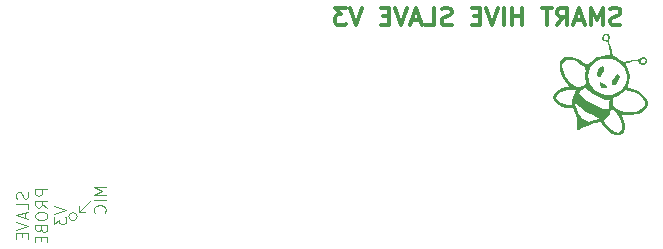
<source format=gbo>
G04 #@! TF.GenerationSoftware,KiCad,Pcbnew,8.0.5*
G04 #@! TF.CreationDate,2024-10-21T14:29:00+02:00*
G04 #@! TF.ProjectId,Slave,536c6176-652e-46b6-9963-61645f706362,rev?*
G04 #@! TF.SameCoordinates,Original*
G04 #@! TF.FileFunction,Legend,Bot*
G04 #@! TF.FilePolarity,Positive*
%FSLAX46Y46*%
G04 Gerber Fmt 4.6, Leading zero omitted, Abs format (unit mm)*
G04 Created by KiCad (PCBNEW 8.0.5) date 2024-10-21 14:29:00*
%MOMM*%
%LPD*%
G01*
G04 APERTURE LIST*
%ADD10C,0.100000*%
%ADD11C,0.375000*%
%ADD12C,0.000000*%
%ADD13R,1.700000X1.700000*%
%ADD14O,1.700000X1.700000*%
%ADD15C,0.500000*%
%ADD16C,0.650000*%
%ADD17O,1.000000X2.100000*%
%ADD18O,1.000000X1.800000*%
%ADD19R,2.200000X2.200000*%
%ADD20C,2.200000*%
%ADD21C,0.700000*%
%ADD22C,4.400000*%
G04 APERTURE END LIST*
D10*
X27400000Y-56450000D02*
G75*
G02*
X26700000Y-56450000I-350000J0D01*
G01*
X26700000Y-56450000D02*
G75*
G02*
X27400000Y-56450000I350000J0D01*
G01*
X27535000Y-56040000D02*
X27535000Y-55540000D01*
X28535000Y-55040000D02*
X27535000Y-56040000D01*
X27535000Y-56040000D02*
X28085000Y-56040000D01*
D11*
X73387575Y-40185500D02*
X73173290Y-40256928D01*
X73173290Y-40256928D02*
X72816147Y-40256928D01*
X72816147Y-40256928D02*
X72673290Y-40185500D01*
X72673290Y-40185500D02*
X72601861Y-40114071D01*
X72601861Y-40114071D02*
X72530432Y-39971214D01*
X72530432Y-39971214D02*
X72530432Y-39828357D01*
X72530432Y-39828357D02*
X72601861Y-39685500D01*
X72601861Y-39685500D02*
X72673290Y-39614071D01*
X72673290Y-39614071D02*
X72816147Y-39542642D01*
X72816147Y-39542642D02*
X73101861Y-39471214D01*
X73101861Y-39471214D02*
X73244718Y-39399785D01*
X73244718Y-39399785D02*
X73316147Y-39328357D01*
X73316147Y-39328357D02*
X73387575Y-39185500D01*
X73387575Y-39185500D02*
X73387575Y-39042642D01*
X73387575Y-39042642D02*
X73316147Y-38899785D01*
X73316147Y-38899785D02*
X73244718Y-38828357D01*
X73244718Y-38828357D02*
X73101861Y-38756928D01*
X73101861Y-38756928D02*
X72744718Y-38756928D01*
X72744718Y-38756928D02*
X72530432Y-38828357D01*
X71887576Y-40256928D02*
X71887576Y-38756928D01*
X71887576Y-38756928D02*
X71387576Y-39828357D01*
X71387576Y-39828357D02*
X70887576Y-38756928D01*
X70887576Y-38756928D02*
X70887576Y-40256928D01*
X70244718Y-39828357D02*
X69530433Y-39828357D01*
X70387575Y-40256928D02*
X69887575Y-38756928D01*
X69887575Y-38756928D02*
X69387575Y-40256928D01*
X68030433Y-40256928D02*
X68530433Y-39542642D01*
X68887576Y-40256928D02*
X68887576Y-38756928D01*
X68887576Y-38756928D02*
X68316147Y-38756928D01*
X68316147Y-38756928D02*
X68173290Y-38828357D01*
X68173290Y-38828357D02*
X68101861Y-38899785D01*
X68101861Y-38899785D02*
X68030433Y-39042642D01*
X68030433Y-39042642D02*
X68030433Y-39256928D01*
X68030433Y-39256928D02*
X68101861Y-39399785D01*
X68101861Y-39399785D02*
X68173290Y-39471214D01*
X68173290Y-39471214D02*
X68316147Y-39542642D01*
X68316147Y-39542642D02*
X68887576Y-39542642D01*
X67601861Y-38756928D02*
X66744719Y-38756928D01*
X67173290Y-40256928D02*
X67173290Y-38756928D01*
X65101862Y-40256928D02*
X65101862Y-38756928D01*
X65101862Y-39471214D02*
X64244719Y-39471214D01*
X64244719Y-40256928D02*
X64244719Y-38756928D01*
X63530433Y-40256928D02*
X63530433Y-38756928D01*
X63030432Y-38756928D02*
X62530432Y-40256928D01*
X62530432Y-40256928D02*
X62030432Y-38756928D01*
X61530433Y-39471214D02*
X61030433Y-39471214D01*
X60816147Y-40256928D02*
X61530433Y-40256928D01*
X61530433Y-40256928D02*
X61530433Y-38756928D01*
X61530433Y-38756928D02*
X60816147Y-38756928D01*
X59101861Y-40185500D02*
X58887576Y-40256928D01*
X58887576Y-40256928D02*
X58530433Y-40256928D01*
X58530433Y-40256928D02*
X58387576Y-40185500D01*
X58387576Y-40185500D02*
X58316147Y-40114071D01*
X58316147Y-40114071D02*
X58244718Y-39971214D01*
X58244718Y-39971214D02*
X58244718Y-39828357D01*
X58244718Y-39828357D02*
X58316147Y-39685500D01*
X58316147Y-39685500D02*
X58387576Y-39614071D01*
X58387576Y-39614071D02*
X58530433Y-39542642D01*
X58530433Y-39542642D02*
X58816147Y-39471214D01*
X58816147Y-39471214D02*
X58959004Y-39399785D01*
X58959004Y-39399785D02*
X59030433Y-39328357D01*
X59030433Y-39328357D02*
X59101861Y-39185500D01*
X59101861Y-39185500D02*
X59101861Y-39042642D01*
X59101861Y-39042642D02*
X59030433Y-38899785D01*
X59030433Y-38899785D02*
X58959004Y-38828357D01*
X58959004Y-38828357D02*
X58816147Y-38756928D01*
X58816147Y-38756928D02*
X58459004Y-38756928D01*
X58459004Y-38756928D02*
X58244718Y-38828357D01*
X56887576Y-40256928D02*
X57601862Y-40256928D01*
X57601862Y-40256928D02*
X57601862Y-38756928D01*
X56459004Y-39828357D02*
X55744719Y-39828357D01*
X56601861Y-40256928D02*
X56101861Y-38756928D01*
X56101861Y-38756928D02*
X55601861Y-40256928D01*
X55316147Y-38756928D02*
X54816147Y-40256928D01*
X54816147Y-40256928D02*
X54316147Y-38756928D01*
X53816148Y-39471214D02*
X53316148Y-39471214D01*
X53101862Y-40256928D02*
X53816148Y-40256928D01*
X53816148Y-40256928D02*
X53816148Y-38756928D01*
X53816148Y-38756928D02*
X53101862Y-38756928D01*
X51530433Y-38756928D02*
X51030433Y-40256928D01*
X51030433Y-40256928D02*
X50530433Y-38756928D01*
X50173291Y-38756928D02*
X49244719Y-38756928D01*
X49244719Y-38756928D02*
X49744719Y-39328357D01*
X49744719Y-39328357D02*
X49530434Y-39328357D01*
X49530434Y-39328357D02*
X49387577Y-39399785D01*
X49387577Y-39399785D02*
X49316148Y-39471214D01*
X49316148Y-39471214D02*
X49244719Y-39614071D01*
X49244719Y-39614071D02*
X49244719Y-39971214D01*
X49244719Y-39971214D02*
X49316148Y-40114071D01*
X49316148Y-40114071D02*
X49387577Y-40185500D01*
X49387577Y-40185500D02*
X49530434Y-40256928D01*
X49530434Y-40256928D02*
X49959005Y-40256928D01*
X49959005Y-40256928D02*
X50101862Y-40185500D01*
X50101862Y-40185500D02*
X50173291Y-40114071D01*
D10*
X29812419Y-53913884D02*
X28812419Y-53913884D01*
X28812419Y-53913884D02*
X29526704Y-54247217D01*
X29526704Y-54247217D02*
X28812419Y-54580550D01*
X28812419Y-54580550D02*
X29812419Y-54580550D01*
X29812419Y-55056741D02*
X28812419Y-55056741D01*
X29717180Y-56104359D02*
X29764800Y-56056740D01*
X29764800Y-56056740D02*
X29812419Y-55913883D01*
X29812419Y-55913883D02*
X29812419Y-55818645D01*
X29812419Y-55818645D02*
X29764800Y-55675788D01*
X29764800Y-55675788D02*
X29669561Y-55580550D01*
X29669561Y-55580550D02*
X29574323Y-55532931D01*
X29574323Y-55532931D02*
X29383847Y-55485312D01*
X29383847Y-55485312D02*
X29240990Y-55485312D01*
X29240990Y-55485312D02*
X29050514Y-55532931D01*
X29050514Y-55532931D02*
X28955276Y-55580550D01*
X28955276Y-55580550D02*
X28860038Y-55675788D01*
X28860038Y-55675788D02*
X28812419Y-55818645D01*
X28812419Y-55818645D02*
X28812419Y-55913883D01*
X28812419Y-55913883D02*
X28860038Y-56056740D01*
X28860038Y-56056740D02*
X28907657Y-56104359D01*
X23204912Y-54350000D02*
X23252531Y-54492857D01*
X23252531Y-54492857D02*
X23252531Y-54730952D01*
X23252531Y-54730952D02*
X23204912Y-54826190D01*
X23204912Y-54826190D02*
X23157292Y-54873809D01*
X23157292Y-54873809D02*
X23062054Y-54921428D01*
X23062054Y-54921428D02*
X22966816Y-54921428D01*
X22966816Y-54921428D02*
X22871578Y-54873809D01*
X22871578Y-54873809D02*
X22823959Y-54826190D01*
X22823959Y-54826190D02*
X22776340Y-54730952D01*
X22776340Y-54730952D02*
X22728721Y-54540476D01*
X22728721Y-54540476D02*
X22681102Y-54445238D01*
X22681102Y-54445238D02*
X22633483Y-54397619D01*
X22633483Y-54397619D02*
X22538245Y-54350000D01*
X22538245Y-54350000D02*
X22443007Y-54350000D01*
X22443007Y-54350000D02*
X22347769Y-54397619D01*
X22347769Y-54397619D02*
X22300150Y-54445238D01*
X22300150Y-54445238D02*
X22252531Y-54540476D01*
X22252531Y-54540476D02*
X22252531Y-54778571D01*
X22252531Y-54778571D02*
X22300150Y-54921428D01*
X23252531Y-55826190D02*
X23252531Y-55350000D01*
X23252531Y-55350000D02*
X22252531Y-55350000D01*
X22966816Y-56111905D02*
X22966816Y-56588095D01*
X23252531Y-56016667D02*
X22252531Y-56350000D01*
X22252531Y-56350000D02*
X23252531Y-56683333D01*
X22252531Y-56873810D02*
X23252531Y-57207143D01*
X23252531Y-57207143D02*
X22252531Y-57540476D01*
X22728721Y-57873810D02*
X22728721Y-58207143D01*
X23252531Y-58350000D02*
X23252531Y-57873810D01*
X23252531Y-57873810D02*
X22252531Y-57873810D01*
X22252531Y-57873810D02*
X22252531Y-58350000D01*
X24862475Y-54111905D02*
X23862475Y-54111905D01*
X23862475Y-54111905D02*
X23862475Y-54492857D01*
X23862475Y-54492857D02*
X23910094Y-54588095D01*
X23910094Y-54588095D02*
X23957713Y-54635714D01*
X23957713Y-54635714D02*
X24052951Y-54683333D01*
X24052951Y-54683333D02*
X24195808Y-54683333D01*
X24195808Y-54683333D02*
X24291046Y-54635714D01*
X24291046Y-54635714D02*
X24338665Y-54588095D01*
X24338665Y-54588095D02*
X24386284Y-54492857D01*
X24386284Y-54492857D02*
X24386284Y-54111905D01*
X24862475Y-55683333D02*
X24386284Y-55350000D01*
X24862475Y-55111905D02*
X23862475Y-55111905D01*
X23862475Y-55111905D02*
X23862475Y-55492857D01*
X23862475Y-55492857D02*
X23910094Y-55588095D01*
X23910094Y-55588095D02*
X23957713Y-55635714D01*
X23957713Y-55635714D02*
X24052951Y-55683333D01*
X24052951Y-55683333D02*
X24195808Y-55683333D01*
X24195808Y-55683333D02*
X24291046Y-55635714D01*
X24291046Y-55635714D02*
X24338665Y-55588095D01*
X24338665Y-55588095D02*
X24386284Y-55492857D01*
X24386284Y-55492857D02*
X24386284Y-55111905D01*
X23862475Y-56302381D02*
X23862475Y-56492857D01*
X23862475Y-56492857D02*
X23910094Y-56588095D01*
X23910094Y-56588095D02*
X24005332Y-56683333D01*
X24005332Y-56683333D02*
X24195808Y-56730952D01*
X24195808Y-56730952D02*
X24529141Y-56730952D01*
X24529141Y-56730952D02*
X24719617Y-56683333D01*
X24719617Y-56683333D02*
X24814856Y-56588095D01*
X24814856Y-56588095D02*
X24862475Y-56492857D01*
X24862475Y-56492857D02*
X24862475Y-56302381D01*
X24862475Y-56302381D02*
X24814856Y-56207143D01*
X24814856Y-56207143D02*
X24719617Y-56111905D01*
X24719617Y-56111905D02*
X24529141Y-56064286D01*
X24529141Y-56064286D02*
X24195808Y-56064286D01*
X24195808Y-56064286D02*
X24005332Y-56111905D01*
X24005332Y-56111905D02*
X23910094Y-56207143D01*
X23910094Y-56207143D02*
X23862475Y-56302381D01*
X24338665Y-57492857D02*
X24386284Y-57635714D01*
X24386284Y-57635714D02*
X24433903Y-57683333D01*
X24433903Y-57683333D02*
X24529141Y-57730952D01*
X24529141Y-57730952D02*
X24671998Y-57730952D01*
X24671998Y-57730952D02*
X24767236Y-57683333D01*
X24767236Y-57683333D02*
X24814856Y-57635714D01*
X24814856Y-57635714D02*
X24862475Y-57540476D01*
X24862475Y-57540476D02*
X24862475Y-57159524D01*
X24862475Y-57159524D02*
X23862475Y-57159524D01*
X23862475Y-57159524D02*
X23862475Y-57492857D01*
X23862475Y-57492857D02*
X23910094Y-57588095D01*
X23910094Y-57588095D02*
X23957713Y-57635714D01*
X23957713Y-57635714D02*
X24052951Y-57683333D01*
X24052951Y-57683333D02*
X24148189Y-57683333D01*
X24148189Y-57683333D02*
X24243427Y-57635714D01*
X24243427Y-57635714D02*
X24291046Y-57588095D01*
X24291046Y-57588095D02*
X24338665Y-57492857D01*
X24338665Y-57492857D02*
X24338665Y-57159524D01*
X24338665Y-58159524D02*
X24338665Y-58492857D01*
X24862475Y-58635714D02*
X24862475Y-58159524D01*
X24862475Y-58159524D02*
X23862475Y-58159524D01*
X23862475Y-58159524D02*
X23862475Y-58635714D01*
X25472419Y-55540476D02*
X26472419Y-55873809D01*
X26472419Y-55873809D02*
X25472419Y-56207142D01*
X25472419Y-56445238D02*
X25472419Y-57064285D01*
X25472419Y-57064285D02*
X25853371Y-56730952D01*
X25853371Y-56730952D02*
X25853371Y-56873809D01*
X25853371Y-56873809D02*
X25900990Y-56969047D01*
X25900990Y-56969047D02*
X25948609Y-57016666D01*
X25948609Y-57016666D02*
X26043847Y-57064285D01*
X26043847Y-57064285D02*
X26281942Y-57064285D01*
X26281942Y-57064285D02*
X26377180Y-57016666D01*
X26377180Y-57016666D02*
X26424800Y-56969047D01*
X26424800Y-56969047D02*
X26472419Y-56873809D01*
X26472419Y-56873809D02*
X26472419Y-56588095D01*
X26472419Y-56588095D02*
X26424800Y-56492857D01*
X26424800Y-56492857D02*
X26377180Y-56445238D01*
D12*
G36*
X71741134Y-45047857D02*
G01*
X71834432Y-45132639D01*
X71837483Y-45135947D01*
X71966858Y-45233082D01*
X72131871Y-45310070D01*
X72179214Y-45327317D01*
X72278843Y-45393488D01*
X72263400Y-45464086D01*
X72132882Y-45538368D01*
X71995076Y-45582387D01*
X71869803Y-45571366D01*
X71750000Y-45480386D01*
X71718682Y-45440953D01*
X71662961Y-45316763D01*
X71634660Y-45178412D01*
X71639569Y-45065997D01*
X71683477Y-45019615D01*
X71741134Y-45047857D01*
G37*
G36*
X73281299Y-44452760D02*
G01*
X73296130Y-44470171D01*
X73334859Y-44608840D01*
X73305194Y-44795796D01*
X73215670Y-45000471D01*
X73074822Y-45192291D01*
X73037059Y-45231308D01*
X72903644Y-45332839D01*
X72799405Y-45333541D01*
X72706829Y-45235469D01*
X72687858Y-45144351D01*
X72719167Y-44979166D01*
X72797188Y-44789895D01*
X72906616Y-44612030D01*
X73032147Y-44481060D01*
X73136158Y-44411043D01*
X73210012Y-44399023D01*
X73281299Y-44452760D01*
G37*
G36*
X71968744Y-43773766D02*
G01*
X71968854Y-43773875D01*
X72020720Y-43847474D01*
X72025429Y-43943920D01*
X71985049Y-44105218D01*
X71971937Y-44144353D01*
X71871878Y-44346762D01*
X71744527Y-44515582D01*
X71656448Y-44594532D01*
X71534124Y-44653608D01*
X71454638Y-44606794D01*
X71415167Y-44453558D01*
X71424519Y-44318813D01*
X71497589Y-44101832D01*
X71618260Y-43898449D01*
X71761641Y-43758592D01*
X71783792Y-43745242D01*
X71881409Y-43716156D01*
X71968744Y-43773766D01*
G37*
G36*
X72490773Y-41364182D02*
G01*
X72435042Y-41489312D01*
X72435015Y-41489339D01*
X72411753Y-41561960D01*
X72437269Y-41698885D01*
X72514971Y-41918405D01*
X72581810Y-42105941D01*
X72653852Y-42351623D01*
X72696707Y-42552723D01*
X72703240Y-42596738D01*
X72739278Y-42748013D01*
X72802580Y-42831208D01*
X72919159Y-42885200D01*
X73016904Y-42927132D01*
X73201872Y-43026722D01*
X73393113Y-43147241D01*
X73682711Y-43345740D01*
X73948224Y-43265833D01*
X75116061Y-43265833D01*
X75151241Y-43381800D01*
X75253328Y-43451698D01*
X75387300Y-43447660D01*
X75491531Y-43353493D01*
X75526836Y-43214697D01*
X75475528Y-43104358D01*
X75345637Y-43061338D01*
X75275204Y-43072843D01*
X75165321Y-43149760D01*
X75116061Y-43265833D01*
X73948224Y-43265833D01*
X73963831Y-43261136D01*
X74081992Y-43231939D01*
X74337988Y-43192138D01*
X74587461Y-43176531D01*
X74627919Y-43176333D01*
X74832051Y-43162885D01*
X74974619Y-43119203D01*
X75101093Y-43032540D01*
X75151555Y-42991707D01*
X75301698Y-42904756D01*
X75425869Y-42910503D01*
X75554849Y-43007231D01*
X75586787Y-43043410D01*
X75653511Y-43210535D01*
X75652642Y-43214697D01*
X75617029Y-43385223D01*
X75481029Y-43540816D01*
X75415460Y-43585908D01*
X75302837Y-43625281D01*
X75183644Y-43593220D01*
X75084538Y-43524244D01*
X75005309Y-43410427D01*
X74962606Y-43337503D01*
X74870837Y-43301148D01*
X74697933Y-43292045D01*
X74489281Y-43305275D01*
X74246758Y-43345989D01*
X74036883Y-43405028D01*
X73900927Y-43473020D01*
X73877874Y-43508853D01*
X73891864Y-43607915D01*
X73973411Y-43775875D01*
X73974408Y-43777662D01*
X74136908Y-44177388D01*
X74182844Y-44503080D01*
X74195842Y-44595235D01*
X74147661Y-45006148D01*
X74109084Y-45151141D01*
X74058716Y-45327738D01*
X74023215Y-45437189D01*
X74017756Y-45515504D01*
X74103128Y-45537982D01*
X74232858Y-45557604D01*
X74447184Y-45623017D01*
X74692897Y-45720226D01*
X74933391Y-45834527D01*
X75132060Y-45951221D01*
X75428061Y-46200652D01*
X75623992Y-46483454D01*
X75693853Y-46737438D01*
X75709172Y-46793131D01*
X75701628Y-47022161D01*
X75608909Y-47255256D01*
X75417546Y-47457384D01*
X75119388Y-47640250D01*
X75077848Y-47660866D01*
X74924053Y-47730923D01*
X74785546Y-47775441D01*
X74629715Y-47800148D01*
X74423947Y-47810771D01*
X74135629Y-47813039D01*
X73497448Y-47813039D01*
X73635804Y-48115249D01*
X73733683Y-48368395D01*
X73805969Y-48718874D01*
X73802644Y-48806576D01*
X73794148Y-49030652D01*
X73699424Y-49289162D01*
X73523001Y-49479837D01*
X73499604Y-49494912D01*
X73290285Y-49559742D01*
X73031948Y-49548540D01*
X72756869Y-49462056D01*
X72684587Y-49424604D01*
X72456005Y-49263158D01*
X72219570Y-49046687D01*
X72010116Y-48809340D01*
X71862475Y-48585264D01*
X71837128Y-48536401D01*
X71766486Y-48426025D01*
X71698630Y-48394264D01*
X71600099Y-48420048D01*
X71555771Y-48435635D01*
X71394856Y-48486442D01*
X71172776Y-48552312D01*
X70923713Y-48622988D01*
X70832142Y-48649697D01*
X70556663Y-48743196D01*
X70302615Y-48846383D01*
X70115385Y-48941382D01*
X69992478Y-49011403D01*
X69852476Y-49076375D01*
X69773811Y-49093387D01*
X69764861Y-49085898D01*
X69737093Y-48992276D01*
X69717766Y-48809634D01*
X69709333Y-48558327D01*
X69701292Y-48281889D01*
X69675929Y-48069093D01*
X69624284Y-47878121D01*
X69537361Y-47662083D01*
X69369393Y-47280742D01*
X69006275Y-47246834D01*
X68819662Y-47221576D01*
X68466346Y-47127491D01*
X68163351Y-46985350D01*
X67926873Y-46806059D01*
X67773108Y-46600521D01*
X67718254Y-46379643D01*
X67723409Y-46356397D01*
X67960375Y-46356397D01*
X67969899Y-46446425D01*
X68041805Y-46556838D01*
X68066532Y-46586852D01*
X68210588Y-46716578D01*
X68382707Y-46828061D01*
X68464669Y-46864045D01*
X68704318Y-46931584D01*
X68969805Y-46968315D01*
X69330952Y-46991311D01*
X69330952Y-46759368D01*
X69548512Y-46759368D01*
X69586101Y-46994434D01*
X69624262Y-47152422D01*
X69698598Y-47377811D01*
X69790087Y-47607188D01*
X69814761Y-47662104D01*
X69932874Y-47883134D01*
X70068286Y-48047468D01*
X70257357Y-48201338D01*
X70402346Y-48300800D01*
X70555135Y-48378150D01*
X70702959Y-48401315D01*
X70883331Y-48374622D01*
X71133761Y-48302395D01*
X71190322Y-48284569D01*
X71967553Y-48284569D01*
X72111861Y-48509575D01*
X72206520Y-48644040D01*
X72432612Y-48899727D01*
X72679832Y-49112126D01*
X72914476Y-49250136D01*
X73016155Y-49290114D01*
X73184402Y-49332422D01*
X73307161Y-49311048D01*
X73420295Y-49224150D01*
X73467989Y-49165243D01*
X73520132Y-49023378D01*
X73534925Y-48806576D01*
X73532158Y-48727619D01*
X73452209Y-48353099D01*
X73266631Y-47976068D01*
X72981916Y-47610562D01*
X72710357Y-47320243D01*
X72546582Y-47624237D01*
X72473044Y-47746577D01*
X72322775Y-47950453D01*
X72176196Y-48105327D01*
X72175180Y-48106400D01*
X71967553Y-48284569D01*
X71190322Y-48284569D01*
X71282150Y-48255628D01*
X71476333Y-48190303D01*
X71573241Y-48143664D01*
X71581032Y-48105327D01*
X71507864Y-48064906D01*
X71361897Y-48012016D01*
X71029749Y-47879865D01*
X70453463Y-47558423D01*
X69943700Y-47142942D01*
X69548512Y-46759368D01*
X69330952Y-46759368D01*
X69330952Y-46704736D01*
X69330994Y-46694618D01*
X69371348Y-46403793D01*
X69495343Y-46092254D01*
X69564302Y-45955542D01*
X69928357Y-45955542D01*
X69955225Y-46038997D01*
X70086439Y-46213295D01*
X70304157Y-46418058D01*
X70583456Y-46633290D01*
X70901368Y-46842690D01*
X71234923Y-47029955D01*
X71561153Y-47178784D01*
X71710654Y-47232370D01*
X71947076Y-47301110D01*
X72142495Y-47340566D01*
X72250343Y-47350977D01*
X72360659Y-47338945D01*
X72422380Y-47274930D01*
X72451023Y-47137869D01*
X72462105Y-46906697D01*
X72465899Y-46761905D01*
X72730919Y-46761905D01*
X72735451Y-46914576D01*
X72763477Y-47038818D01*
X72838561Y-47136546D01*
X72984475Y-47253881D01*
X73079789Y-47320706D01*
X73265142Y-47429797D01*
X73417498Y-47495457D01*
X73529110Y-47521704D01*
X73799474Y-47559908D01*
X74101813Y-47579692D01*
X74388028Y-47578676D01*
X74610020Y-47554479D01*
X74858465Y-47485106D01*
X75145259Y-47346423D01*
X75348536Y-47168911D01*
X75457850Y-46962580D01*
X75462754Y-46737438D01*
X75453575Y-46702310D01*
X75335579Y-46483207D01*
X75126774Y-46270402D01*
X74847721Y-46078458D01*
X74518979Y-45921939D01*
X74161108Y-45815409D01*
X73849900Y-45750132D01*
X73534304Y-45990828D01*
X73364388Y-46108171D01*
X73153778Y-46228545D01*
X72980220Y-46302327D01*
X72917332Y-46322454D01*
X72789309Y-46375081D01*
X72735435Y-46416327D01*
X72733238Y-46453705D01*
X72731026Y-46582902D01*
X72731012Y-46607139D01*
X72730919Y-46761905D01*
X72465899Y-46761905D01*
X72469954Y-46607139D01*
X72207606Y-46568511D01*
X72074105Y-46539700D01*
X71771721Y-46430389D01*
X71437484Y-46264511D01*
X71103570Y-46058959D01*
X70802153Y-45830625D01*
X70765931Y-45800079D01*
X70597239Y-45666910D01*
X70460946Y-45573324D01*
X70383733Y-45537982D01*
X70348041Y-45548328D01*
X70236482Y-45617071D01*
X70099970Y-45728993D01*
X70064049Y-45762324D01*
X70060289Y-45766347D01*
X69959623Y-45874045D01*
X69928357Y-45955542D01*
X69564302Y-45955542D01*
X69659734Y-45766347D01*
X69518087Y-45730796D01*
X69383964Y-45713278D01*
X69134515Y-45718934D01*
X68852734Y-45754225D01*
X68582730Y-45813065D01*
X68368611Y-45889370D01*
X68177807Y-46009852D01*
X68019744Y-46208080D01*
X68009609Y-46229459D01*
X67960375Y-46356397D01*
X67723409Y-46356397D01*
X67772584Y-46134649D01*
X67924917Y-45909893D01*
X68158240Y-45719968D01*
X68455538Y-45578711D01*
X68799796Y-45499962D01*
X68916002Y-45484381D01*
X69048844Y-45460195D01*
X69100567Y-45441051D01*
X69098561Y-45435123D01*
X69048543Y-45368657D01*
X68952351Y-45261886D01*
X68680840Y-44933838D01*
X68440550Y-44531784D01*
X68289271Y-44126013D01*
X68236836Y-43737478D01*
X68240277Y-43653575D01*
X68488841Y-43653575D01*
X68501980Y-43924292D01*
X68586369Y-44226295D01*
X68739477Y-44546308D01*
X68958766Y-44871059D01*
X69241704Y-45187274D01*
X69287276Y-45230983D01*
X69525035Y-45419925D01*
X69735206Y-45507540D01*
X69933512Y-45497452D01*
X70135676Y-45393285D01*
X70183299Y-45360645D01*
X70321039Y-45281616D01*
X70414321Y-45250000D01*
X70451223Y-45237450D01*
X70469523Y-45164460D01*
X70450482Y-45005216D01*
X70443392Y-44961616D01*
X70426111Y-44800846D01*
X70420579Y-44607502D01*
X70421740Y-44558844D01*
X70687137Y-44558844D01*
X70687168Y-44577588D01*
X70698995Y-44847502D01*
X70737507Y-45048067D01*
X70786587Y-45164460D01*
X70810513Y-45221202D01*
X70822120Y-45242389D01*
X71040960Y-45542738D01*
X71327186Y-45806242D01*
X71639360Y-45994250D01*
X71858823Y-46075211D01*
X72263155Y-46146406D01*
X72653318Y-46123082D01*
X73015504Y-46014256D01*
X73335904Y-45828940D01*
X73600712Y-45576151D01*
X73796117Y-45264901D01*
X73908313Y-44904206D01*
X73923491Y-44503080D01*
X73862182Y-44177287D01*
X73696729Y-43818385D01*
X73427906Y-43507040D01*
X73203250Y-43322988D01*
X72965558Y-43187369D01*
X72701663Y-43109946D01*
X72368195Y-43072955D01*
X72122793Y-43068541D01*
X71760480Y-43116360D01*
X71449343Y-43241968D01*
X71161019Y-43454327D01*
X70988781Y-43628056D01*
X70811698Y-43891301D01*
X70715901Y-44190489D01*
X70687137Y-44558844D01*
X70421740Y-44558844D01*
X70426621Y-44354226D01*
X70444060Y-44013663D01*
X70444307Y-44009158D01*
X70435652Y-43912542D01*
X70386395Y-43822455D01*
X70278058Y-43715514D01*
X70092166Y-43568337D01*
X69817662Y-43383461D01*
X69466320Y-43217456D01*
X69141983Y-43146171D01*
X68857197Y-43173616D01*
X68686459Y-43259089D01*
X68549490Y-43427416D01*
X68488841Y-43653575D01*
X68240277Y-43653575D01*
X68241126Y-43632871D01*
X68310740Y-43337344D01*
X68456727Y-43114502D01*
X68667689Y-42966176D01*
X68932229Y-42894197D01*
X69238947Y-42900395D01*
X69576444Y-42986602D01*
X69933323Y-43154649D01*
X70298184Y-43406366D01*
X70351728Y-43448942D01*
X70506730Y-43564851D01*
X70614971Y-43634420D01*
X70655669Y-43643844D01*
X70672865Y-43595988D01*
X70764330Y-43480629D01*
X70912667Y-43337963D01*
X71092895Y-43189485D01*
X71280034Y-43056690D01*
X71449106Y-42961074D01*
X71610890Y-42899298D01*
X71879443Y-42826279D01*
X72140263Y-42782247D01*
X72527551Y-42743348D01*
X72515471Y-42513568D01*
X72504156Y-42405625D01*
X72463548Y-42182371D01*
X72406478Y-41955646D01*
X72357596Y-41800801D01*
X72302880Y-41684599D01*
X72235191Y-41630331D01*
X72132373Y-41610068D01*
X71997130Y-41571287D01*
X71868172Y-41436880D01*
X71817654Y-41328586D01*
X71822642Y-41262644D01*
X71986358Y-41262644D01*
X71997933Y-41390835D01*
X72071491Y-41471276D01*
X72132272Y-41492229D01*
X72237297Y-41495859D01*
X72323667Y-41422609D01*
X72370178Y-41325733D01*
X72358596Y-41201046D01*
X72289564Y-41101923D01*
X72186197Y-41058036D01*
X72071608Y-41099055D01*
X72036750Y-41136042D01*
X71986358Y-41262644D01*
X71822642Y-41262644D01*
X71824455Y-41238672D01*
X71900869Y-41120100D01*
X71937033Y-41076651D01*
X72093993Y-40966906D01*
X72260875Y-40945035D01*
X72405117Y-41017654D01*
X72431540Y-41049850D01*
X72488402Y-41198717D01*
X72490222Y-41325733D01*
X72490773Y-41364182D01*
G37*
%LPC*%
D13*
X34798000Y-52324000D03*
D14*
X34798000Y-54864000D03*
X34798000Y-57404000D03*
X34798000Y-59944000D03*
X34798000Y-62484000D03*
X34798000Y-65024000D03*
X34798000Y-67564000D03*
D15*
X30750000Y-56900000D03*
X32250000Y-58400000D03*
D16*
X41092000Y-43629000D03*
X35312000Y-43629000D03*
D17*
X42522000Y-44129000D03*
D18*
X42522000Y-39949000D03*
D17*
X33882000Y-44129000D03*
D18*
X33882000Y-39949000D03*
D19*
X73660000Y-78770000D03*
D20*
X71120000Y-78770000D03*
X68580000Y-78770000D03*
X66040000Y-78770000D03*
X63500000Y-78770000D03*
D15*
X32250000Y-56150000D03*
D13*
X48504000Y-79248000D03*
D14*
X45964000Y-79248000D03*
X43424000Y-79248000D03*
X40884000Y-79248000D03*
D15*
X27042000Y-56440000D03*
X30750000Y-57650000D03*
D21*
X24350000Y-49150000D03*
X24833274Y-47983274D03*
X24833274Y-50316726D03*
X26000000Y-47500000D03*
D22*
X26000000Y-49150000D03*
D21*
X26000000Y-50800000D03*
X27166726Y-47983274D03*
X27166726Y-50316726D03*
X27650000Y-49150000D03*
D15*
X30750000Y-58400000D03*
X32250000Y-57650000D03*
X30750000Y-56150000D03*
X32250000Y-56900000D03*
D21*
X51690000Y-62865000D03*
X52173274Y-61698274D03*
X52173274Y-64031726D03*
X53340000Y-61215000D03*
D22*
X53340000Y-62865000D03*
D21*
X53340000Y-64515000D03*
X54506726Y-61698274D03*
X54506726Y-64031726D03*
X54990000Y-62865000D03*
%LPD*%
M02*

</source>
